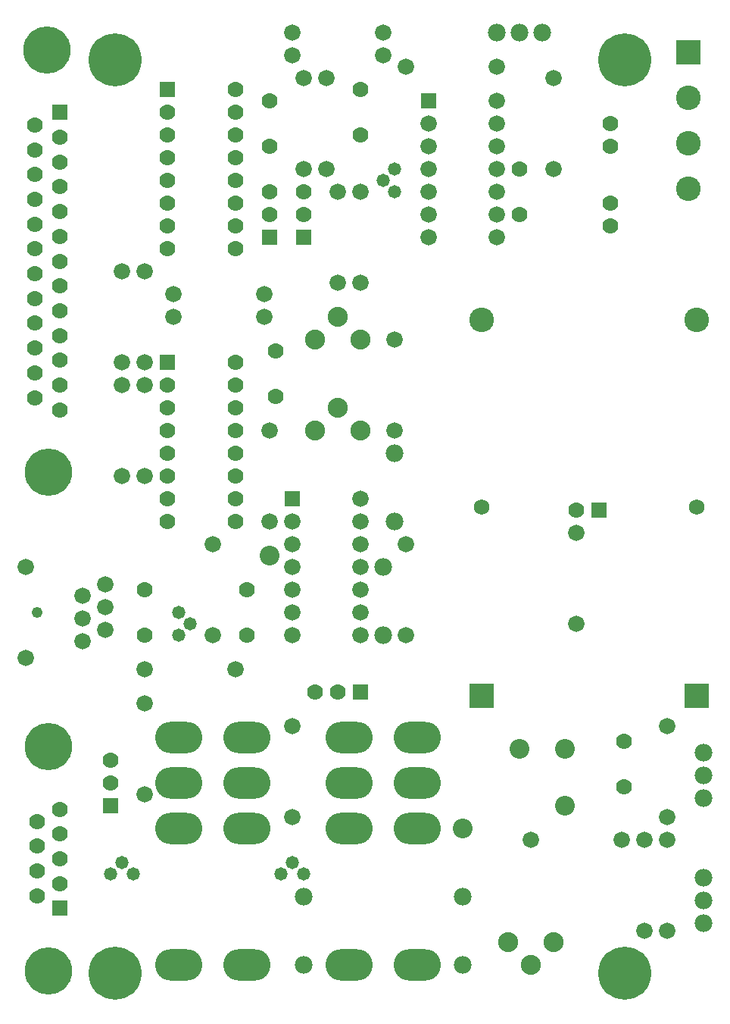
<source format=gbs>
%FSLAX23Y23*%
%MOIN*%
G70*
G01*
G75*
%ADD10C,0.024*%
%ADD11C,0.012*%
%ADD12C,0.010*%
%ADD13C,0.064*%
%ADD14C,0.060*%
%ADD15C,0.100*%
%ADD16R,0.100X0.100*%
%ADD17O,0.200X0.130*%
%ADD18C,0.079*%
%ADD19R,0.062X0.062*%
%ADD20C,0.062*%
%ADD21C,0.050*%
%ADD22C,0.070*%
%ADD23C,0.080*%
%ADD24C,0.040*%
%ADD25C,0.200*%
%ADD26C,0.225*%
%ADD27C,0.008*%
%ADD28C,0.006*%
%ADD29C,0.072*%
%ADD30C,0.068*%
%ADD31C,0.108*%
%ADD32R,0.108X0.108*%
%ADD33O,0.208X0.138*%
%ADD34C,0.087*%
%ADD35R,0.070X0.070*%
%ADD36C,0.058*%
%ADD37C,0.078*%
%ADD38C,0.088*%
%ADD39C,0.048*%
%ADD40C,0.208*%
%ADD41C,0.233*%
D22*
X10078Y8484D02*
D03*
X10228Y10184D02*
D03*
Y10084D02*
D03*
X9028Y7684D02*
D03*
X8928D02*
D03*
X8728Y9784D02*
D03*
Y9884D02*
D03*
X8028Y7284D02*
D03*
Y7384D02*
D03*
X8878Y9784D02*
D03*
Y9884D02*
D03*
X9828Y9784D02*
D03*
Y9984D02*
D03*
X8753Y8984D02*
D03*
Y9184D02*
D03*
X8628Y7934D02*
D03*
Y8134D02*
D03*
X9128Y10134D02*
D03*
Y10334D02*
D03*
X8728Y10084D02*
D03*
Y10284D02*
D03*
X8178Y8134D02*
D03*
Y7934D02*
D03*
X10288Y7467D02*
D03*
Y7267D02*
D03*
X8278Y9034D02*
D03*
Y8934D02*
D03*
Y8834D02*
D03*
Y8734D02*
D03*
Y8634D02*
D03*
Y8534D02*
D03*
Y8434D02*
D03*
X8578D02*
D03*
Y8534D02*
D03*
Y8634D02*
D03*
Y8734D02*
D03*
Y8834D02*
D03*
Y8934D02*
D03*
Y9034D02*
D03*
Y9134D02*
D03*
X10228Y9834D02*
D03*
Y9734D02*
D03*
X7703Y7116D02*
D03*
Y7007D02*
D03*
Y6898D02*
D03*
X7803Y7170D02*
D03*
Y7061D02*
D03*
Y6952D02*
D03*
Y6843D02*
D03*
X7703Y6789D02*
D03*
X7803Y10125D02*
D03*
Y10016D02*
D03*
Y9907D02*
D03*
Y9798D02*
D03*
Y9689D02*
D03*
Y9580D02*
D03*
Y9471D02*
D03*
Y9362D02*
D03*
Y9253D02*
D03*
Y9144D02*
D03*
Y9035D02*
D03*
Y8926D02*
D03*
X7693Y10179D02*
D03*
Y10070D02*
D03*
Y9961D02*
D03*
Y9852D02*
D03*
Y9743D02*
D03*
Y9634D02*
D03*
Y9525D02*
D03*
Y9416D02*
D03*
Y9307D02*
D03*
Y9198D02*
D03*
Y9089D02*
D03*
Y8980D02*
D03*
X8578Y10334D02*
D03*
Y10234D02*
D03*
Y10134D02*
D03*
Y10034D02*
D03*
Y9934D02*
D03*
Y9834D02*
D03*
Y9734D02*
D03*
Y9634D02*
D03*
X8278D02*
D03*
Y9734D02*
D03*
Y9834D02*
D03*
Y9934D02*
D03*
Y10034D02*
D03*
Y10134D02*
D03*
Y10234D02*
D03*
D29*
X9128Y9484D02*
D03*
Y9884D02*
D03*
X9278Y9234D02*
D03*
Y8834D02*
D03*
X9728Y10434D02*
D03*
X9328D02*
D03*
X8828Y10584D02*
D03*
X9228D02*
D03*
X8828Y10484D02*
D03*
X9228D02*
D03*
X8578Y7784D02*
D03*
X8178D02*
D03*
X8878Y10384D02*
D03*
Y9984D02*
D03*
X8078Y9034D02*
D03*
Y8634D02*
D03*
X8703Y9434D02*
D03*
X8303D02*
D03*
X8078Y9534D02*
D03*
Y9134D02*
D03*
X8178Y9534D02*
D03*
Y9134D02*
D03*
X9028Y9484D02*
D03*
Y9884D02*
D03*
X8703Y9334D02*
D03*
X8303D02*
D03*
X10478Y7034D02*
D03*
Y6634D02*
D03*
Y7134D02*
D03*
Y7534D02*
D03*
X10378Y7034D02*
D03*
Y6634D02*
D03*
X8478Y7934D02*
D03*
Y8334D02*
D03*
X9978Y10384D02*
D03*
Y9984D02*
D03*
X10078Y8384D02*
D03*
Y7984D02*
D03*
X8178Y7234D02*
D03*
Y7634D02*
D03*
X10278Y7034D02*
D03*
X9878D02*
D03*
X8828Y7134D02*
D03*
Y7534D02*
D03*
X9328Y7934D02*
D03*
Y8334D02*
D03*
X8978Y10384D02*
D03*
Y9984D02*
D03*
X8728Y8834D02*
D03*
Y8434D02*
D03*
X8828D02*
D03*
X9128Y8534D02*
D03*
Y8434D02*
D03*
Y8334D02*
D03*
Y8234D02*
D03*
Y8134D02*
D03*
Y8034D02*
D03*
Y7934D02*
D03*
X8828D02*
D03*
Y8034D02*
D03*
Y8134D02*
D03*
Y8234D02*
D03*
Y8334D02*
D03*
X7653Y7834D02*
D03*
Y8234D02*
D03*
X8003Y7959D02*
D03*
X7903Y8009D02*
D03*
X8003Y8059D02*
D03*
Y8159D02*
D03*
X7903Y7909D02*
D03*
Y8109D02*
D03*
X8178Y8634D02*
D03*
Y9034D02*
D03*
X9428Y10084D02*
D03*
Y9984D02*
D03*
Y9884D02*
D03*
Y9784D02*
D03*
Y9684D02*
D03*
X9728D02*
D03*
Y9784D02*
D03*
Y9884D02*
D03*
Y9984D02*
D03*
Y10084D02*
D03*
Y10184D02*
D03*
Y10284D02*
D03*
X9428Y10184D02*
D03*
D30*
X10606Y8497D02*
D03*
X9661D02*
D03*
D31*
X10606Y9323D02*
D03*
X9661D02*
D03*
X10571Y10098D02*
D03*
Y9898D02*
D03*
Y10298D02*
D03*
D32*
X10606Y7670D02*
D03*
X9661D02*
D03*
X10571Y10498D02*
D03*
D33*
X9378Y7284D02*
D03*
X9078Y7484D02*
D03*
Y7084D02*
D03*
X9378D02*
D03*
X9078Y7284D02*
D03*
X9378Y6484D02*
D03*
Y7484D02*
D03*
X9078Y6484D02*
D03*
X8628Y7284D02*
D03*
X8328Y7484D02*
D03*
Y7084D02*
D03*
X8628D02*
D03*
X8328Y7284D02*
D03*
X8628Y6484D02*
D03*
Y7484D02*
D03*
X8328Y6484D02*
D03*
D34*
X10028Y7184D02*
D03*
X9828Y7434D02*
D03*
X8728Y8284D02*
D03*
X10028Y7434D02*
D03*
X9578Y7084D02*
D03*
D35*
X10178Y8484D02*
D03*
X9128Y7684D02*
D03*
X8728Y9684D02*
D03*
X8028Y7184D02*
D03*
X8878Y9684D02*
D03*
X8828Y8534D02*
D03*
X8278Y9134D02*
D03*
X7803Y6734D02*
D03*
Y10234D02*
D03*
X8278Y10334D02*
D03*
X9428Y10284D02*
D03*
D36*
X8078Y6934D02*
D03*
X8028Y6884D02*
D03*
X8128D02*
D03*
X8828Y6934D02*
D03*
X8778Y6884D02*
D03*
X8878D02*
D03*
X8378Y7984D02*
D03*
X8328Y8034D02*
D03*
Y7934D02*
D03*
X9278Y9984D02*
D03*
Y9884D02*
D03*
X9228Y9934D02*
D03*
D37*
X9278Y8734D02*
D03*
Y8434D02*
D03*
X9228Y7934D02*
D03*
Y8234D02*
D03*
X8878Y6784D02*
D03*
Y6484D02*
D03*
X9578Y6784D02*
D03*
Y6484D02*
D03*
X9928Y10584D02*
D03*
X9828D02*
D03*
X9728D02*
D03*
X10638Y7217D02*
D03*
Y7317D02*
D03*
Y7417D02*
D03*
Y6667D02*
D03*
Y6767D02*
D03*
Y6867D02*
D03*
D38*
X9128Y8834D02*
D03*
X9028Y8934D02*
D03*
X8928Y8834D02*
D03*
X9128Y9234D02*
D03*
X9028Y9334D02*
D03*
X8928Y9234D02*
D03*
X9978Y6584D02*
D03*
X9878Y6484D02*
D03*
X9778Y6584D02*
D03*
D39*
X7703Y8034D02*
D03*
D40*
X7753Y7445D02*
D03*
Y6459D02*
D03*
X7748Y10509D02*
D03*
X7753Y8651D02*
D03*
D41*
X8047Y6449D02*
D03*
Y10465D02*
D03*
X10291D02*
D03*
Y6449D02*
D03*
M02*

</source>
